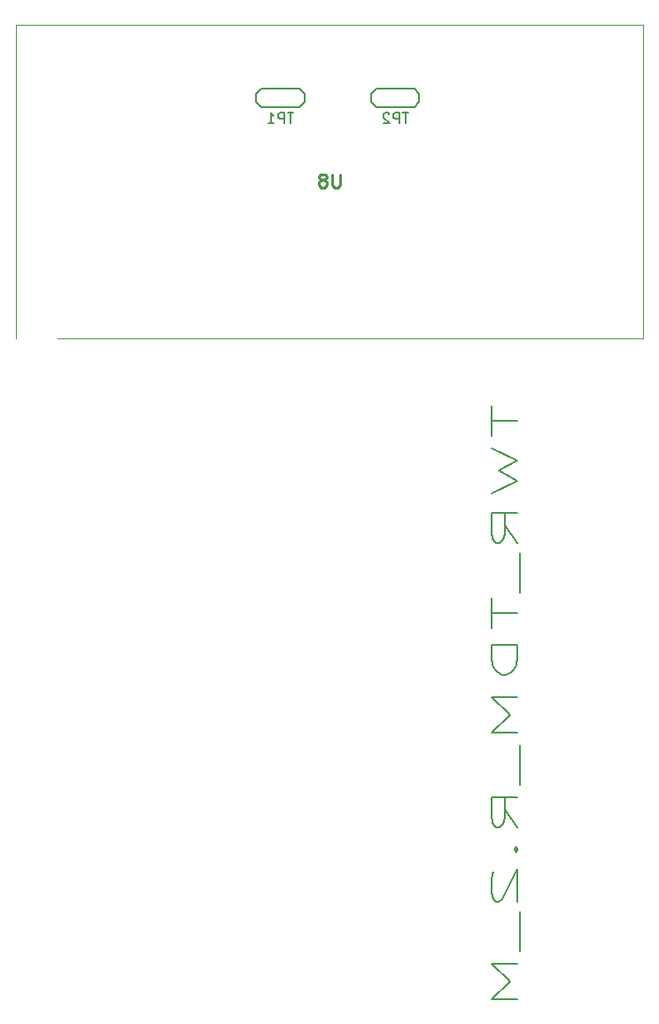
<source format=gbo>
G04 #@! TF.GenerationSoftware,KiCad,Pcbnew,(5.1.2)-2*
G04 #@! TF.CreationDate,2019-11-23T11:04:55-05:00*
G04 #@! TF.ProjectId,tdm_mainboard,74646d5f-6d61-4696-9e62-6f6172642e6b,rev?*
G04 #@! TF.SameCoordinates,Original*
G04 #@! TF.FileFunction,Legend,Bot*
G04 #@! TF.FilePolarity,Positive*
%FSLAX46Y46*%
G04 Gerber Fmt 4.6, Leading zero omitted, Abs format (unit mm)*
G04 Created by KiCad (PCBNEW (5.1.2)-2) date 2019-11-23 11:04:55*
%MOMM*%
%LPD*%
G04 APERTURE LIST*
%ADD10C,0.150000*%
%ADD11C,0.100000*%
%ADD12C,0.254000*%
G04 APERTURE END LIST*
D10*
X65432952Y-60463523D02*
X65432952Y-63320666D01*
X67932952Y-61892095D02*
X65432952Y-61892095D01*
X65432952Y-64511142D02*
X67932952Y-65701619D01*
X66147238Y-66654000D01*
X67932952Y-67606380D01*
X65432952Y-68796857D01*
X67932952Y-73558761D02*
X66742476Y-71892095D01*
X67932952Y-70701619D02*
X65432952Y-70701619D01*
X65432952Y-72606380D01*
X65552000Y-73082571D01*
X65671047Y-73320666D01*
X65909142Y-73558761D01*
X66266285Y-73558761D01*
X66504380Y-73320666D01*
X66623428Y-73082571D01*
X66742476Y-72606380D01*
X66742476Y-70701619D01*
X68171047Y-74511142D02*
X68171047Y-78320666D01*
X65432952Y-78796857D02*
X65432952Y-81654000D01*
X67932952Y-80225428D02*
X65432952Y-80225428D01*
X67932952Y-83320666D02*
X65432952Y-83320666D01*
X65432952Y-84511142D01*
X65552000Y-85225428D01*
X65790095Y-85701619D01*
X66028190Y-85939714D01*
X66504380Y-86177809D01*
X66861523Y-86177809D01*
X67337714Y-85939714D01*
X67575809Y-85701619D01*
X67813904Y-85225428D01*
X67932952Y-84511142D01*
X67932952Y-83320666D01*
X67932952Y-88320666D02*
X65432952Y-88320666D01*
X67218666Y-89987333D01*
X65432952Y-91654000D01*
X67932952Y-91654000D01*
X68171047Y-92844476D02*
X68171047Y-96654000D01*
X67932952Y-100701619D02*
X66742476Y-99034952D01*
X67932952Y-97844476D02*
X65432952Y-97844476D01*
X65432952Y-99749238D01*
X65552000Y-100225428D01*
X65671047Y-100463523D01*
X65909142Y-100701619D01*
X66266285Y-100701619D01*
X66504380Y-100463523D01*
X66623428Y-100225428D01*
X66742476Y-99749238D01*
X66742476Y-97844476D01*
X67694857Y-102844476D02*
X67813904Y-103082571D01*
X67932952Y-102844476D01*
X67813904Y-102606380D01*
X67694857Y-102844476D01*
X67932952Y-102844476D01*
X65671047Y-104987333D02*
X65552000Y-105225428D01*
X65432952Y-105701619D01*
X65432952Y-106892095D01*
X65552000Y-107368285D01*
X65671047Y-107606380D01*
X65909142Y-107844476D01*
X66147238Y-107844476D01*
X66504380Y-107606380D01*
X67932952Y-104749238D01*
X67932952Y-107844476D01*
X68171047Y-108796857D02*
X68171047Y-112606380D01*
X67932952Y-113796857D02*
X65432952Y-113796857D01*
X67218666Y-115463523D01*
X65432952Y-117130190D01*
X67932952Y-117130190D01*
D11*
X20035000Y-54000000D02*
X20035000Y-24015000D01*
X20035000Y-24015000D02*
X79965000Y-24000000D01*
X79965000Y-24000000D02*
X79965000Y-54000000D01*
X79965000Y-54000000D02*
X24000000Y-54000000D01*
D10*
X54470000Y-31900000D02*
X58070000Y-31900000D01*
X58070000Y-31900000D02*
X58570000Y-31400000D01*
X58570000Y-31400000D02*
X58570000Y-30600000D01*
X58570000Y-30600000D02*
X58070000Y-30100000D01*
X58070000Y-30100000D02*
X54470000Y-30100000D01*
X54470000Y-30100000D02*
X53970000Y-30600000D01*
X53970000Y-30600000D02*
X53970000Y-31400000D01*
X53970000Y-31400000D02*
X54470000Y-31900000D01*
X43470000Y-31900000D02*
X47070000Y-31900000D01*
X47070000Y-31900000D02*
X47570000Y-31400000D01*
X47570000Y-31400000D02*
X47570000Y-30600000D01*
X47570000Y-30600000D02*
X47070000Y-30100000D01*
X47070000Y-30100000D02*
X43470000Y-30100000D01*
X43470000Y-30100000D02*
X42970000Y-30600000D01*
X42970000Y-30600000D02*
X42970000Y-31400000D01*
X42970000Y-31400000D02*
X43470000Y-31900000D01*
D12*
X50967619Y-38304523D02*
X50967619Y-39332619D01*
X50907142Y-39453571D01*
X50846666Y-39514047D01*
X50725714Y-39574523D01*
X50483809Y-39574523D01*
X50362857Y-39514047D01*
X50302380Y-39453571D01*
X50241904Y-39332619D01*
X50241904Y-38304523D01*
X49455714Y-38848809D02*
X49576666Y-38788333D01*
X49637142Y-38727857D01*
X49697619Y-38606904D01*
X49697619Y-38546428D01*
X49637142Y-38425476D01*
X49576666Y-38365000D01*
X49455714Y-38304523D01*
X49213809Y-38304523D01*
X49092857Y-38365000D01*
X49032380Y-38425476D01*
X48971904Y-38546428D01*
X48971904Y-38606904D01*
X49032380Y-38727857D01*
X49092857Y-38788333D01*
X49213809Y-38848809D01*
X49455714Y-38848809D01*
X49576666Y-38909285D01*
X49637142Y-38969761D01*
X49697619Y-39090714D01*
X49697619Y-39332619D01*
X49637142Y-39453571D01*
X49576666Y-39514047D01*
X49455714Y-39574523D01*
X49213809Y-39574523D01*
X49092857Y-39514047D01*
X49032380Y-39453571D01*
X48971904Y-39332619D01*
X48971904Y-39090714D01*
X49032380Y-38969761D01*
X49092857Y-38909285D01*
X49213809Y-38848809D01*
D10*
X57531904Y-32452380D02*
X56960476Y-32452380D01*
X57246190Y-33452380D02*
X57246190Y-32452380D01*
X56627142Y-33452380D02*
X56627142Y-32452380D01*
X56246190Y-32452380D01*
X56150952Y-32500000D01*
X56103333Y-32547619D01*
X56055714Y-32642857D01*
X56055714Y-32785714D01*
X56103333Y-32880952D01*
X56150952Y-32928571D01*
X56246190Y-32976190D01*
X56627142Y-32976190D01*
X55674761Y-32547619D02*
X55627142Y-32500000D01*
X55531904Y-32452380D01*
X55293809Y-32452380D01*
X55198571Y-32500000D01*
X55150952Y-32547619D01*
X55103333Y-32642857D01*
X55103333Y-32738095D01*
X55150952Y-32880952D01*
X55722380Y-33452380D01*
X55103333Y-33452380D01*
X46531904Y-32452380D02*
X45960476Y-32452380D01*
X46246190Y-33452380D02*
X46246190Y-32452380D01*
X45627142Y-33452380D02*
X45627142Y-32452380D01*
X45246190Y-32452380D01*
X45150952Y-32500000D01*
X45103333Y-32547619D01*
X45055714Y-32642857D01*
X45055714Y-32785714D01*
X45103333Y-32880952D01*
X45150952Y-32928571D01*
X45246190Y-32976190D01*
X45627142Y-32976190D01*
X44103333Y-33452380D02*
X44674761Y-33452380D01*
X44389047Y-33452380D02*
X44389047Y-32452380D01*
X44484285Y-32595238D01*
X44579523Y-32690476D01*
X44674761Y-32738095D01*
M02*

</source>
